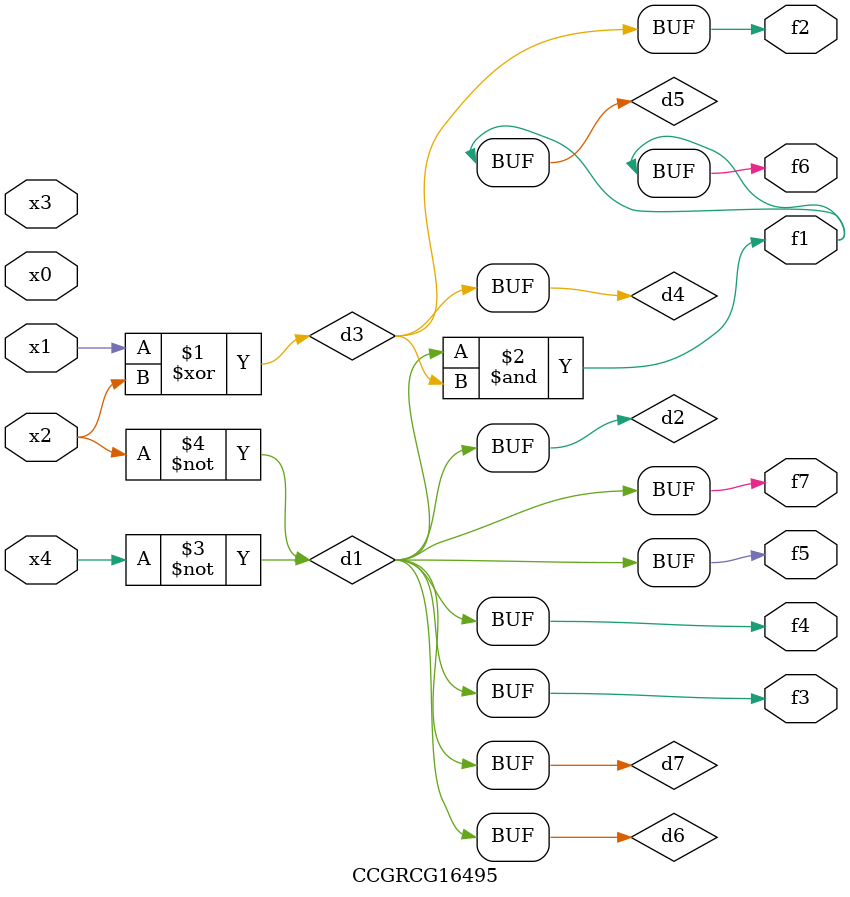
<source format=v>
module CCGRCG16495(
	input x0, x1, x2, x3, x4,
	output f1, f2, f3, f4, f5, f6, f7
);

	wire d1, d2, d3, d4, d5, d6, d7;

	not (d1, x4);
	not (d2, x2);
	xor (d3, x1, x2);
	buf (d4, d3);
	and (d5, d1, d3);
	buf (d6, d1, d2);
	buf (d7, d2);
	assign f1 = d5;
	assign f2 = d4;
	assign f3 = d7;
	assign f4 = d7;
	assign f5 = d7;
	assign f6 = d5;
	assign f7 = d7;
endmodule

</source>
